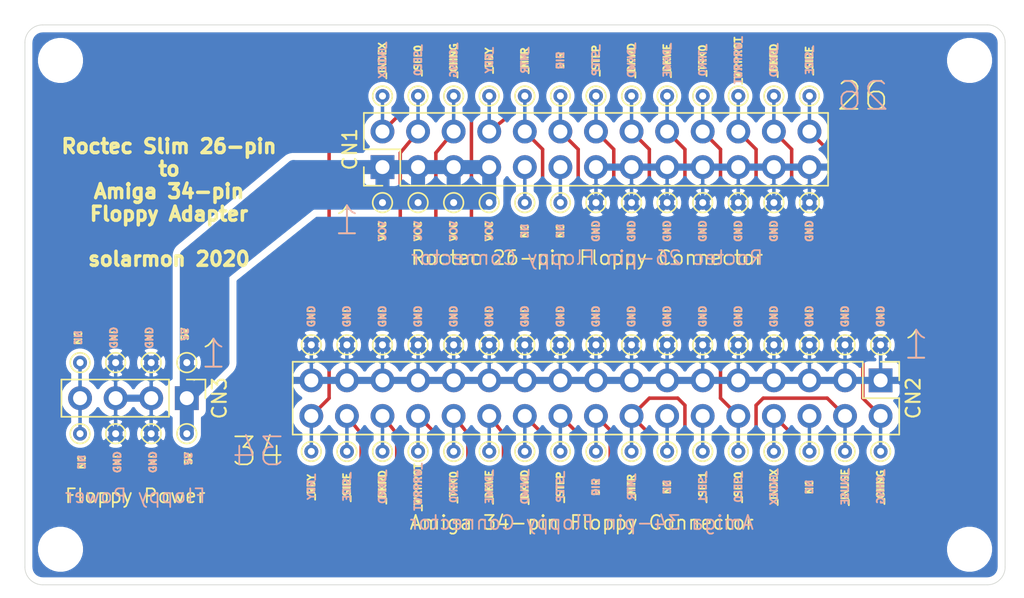
<source format=kicad_pcb>
(kicad_pcb (version 20171130) (host pcbnew "(5.1.2)-2")
  (layers (0 F.Cu signal) (31 B.Cu signal) (34 B.Paste user) (35 F.Paste user) (36 B.SilkS user) (37 F.SilkS user) (38 B.Mask user) (39 F.Mask user) (44 Edge.Cuts user))
  (net 0 "")
  (net 1 /_SIDE)
  (net 2 GND)
  (net 3 /_DKRD)
  (net 4 /_WRPROT)
  (net 5 /_TRK0)
  (net 6 /_DKWE)
  (net 7 /_DKWD)
  (net 8 /_STEP)
  (net 9 /DIR)
  (net 10 "Net-(CN1-Pad11)")
  (net 11 /_INUSE)
  (net 12 "Net-(CN1-Pad9)")
  (net 13 /_RDY)
  (net 14 VCC)
  (net 15 /_CHNG)
  (net 16 /_SEL0)
  (net 17 /_INDEX)
  (net 18 "Net-(CN2-Pad14)")
  (net 19 /_SEL1)
  (net 20 "Net-(CN2-Pad6)")
  (net 21 "Net-(CN3-Pad4)")
  (module TestPoint:TestPoint_THTPad_D1.0mm_Drill0.5mm (layer F.Cu) (at 132.08 97.79)
    (fp_text reference "" hide)
    (fp_text value TestPoint_THTPad_D1.0mm_Drill0.5mm)
    (pad "" thru_hole circle (at 0 0) (size 1 1) (drill 0.5) (layers *.Cu *.Mask) (net 2 GND))
  )
  (module TestPoint:TestPoint_THTPad_D1.0mm_Drill0.5mm (layer F.Cu) (at 134.62 97.79)
    (fp_text reference "" hide)
    (fp_text value TestPoint_THTPad_D1.0mm_Drill0.5mm)
    (pad "" thru_hole circle (at 0 0) (size 1 1) (drill 0.5) (layers *.Cu *.Mask) (net 2 GND))
  )
  (module TestPoint:TestPoint_THTPad_D1.0mm_Drill0.5mm (layer F.Cu) (at 137.16 97.79)
    (fp_text reference "" hide)
    (fp_text value TestPoint_THTPad_D1.0mm_Drill0.5mm)
    (pad "" thru_hole circle (at 0 0) (size 1 1) (drill 0.5) (layers *.Cu *.Mask) (net 2 GND))
  )
  (module TestPoint:TestPoint_THTPad_D1.0mm_Drill0.5mm (layer F.Cu) (at 139.7 97.79)
    (fp_text reference "" hide)
    (fp_text value TestPoint_THTPad_D1.0mm_Drill0.5mm)
    (pad "" thru_hole circle (at 0 0) (size 1 1) (drill 0.5) (layers *.Cu *.Mask) (net 2 GND))
  )
  (module TestPoint:TestPoint_THTPad_D1.0mm_Drill0.5mm (layer F.Cu) (at 142.24 97.79)
    (fp_text reference "" hide)
    (fp_text value TestPoint_THTPad_D1.0mm_Drill0.5mm)
    (pad "" thru_hole circle (at 0 0) (size 1 1) (drill 0.5) (layers *.Cu *.Mask) (net 2 GND))
  )
  (module TestPoint:TestPoint_THTPad_D1.0mm_Drill0.5mm (layer F.Cu) (at 144.78 97.79)
    (fp_text reference "" hide)
    (fp_text value TestPoint_THTPad_D1.0mm_Drill0.5mm)
    (pad "" thru_hole circle (at 0 0) (size 1 1) (drill 0.5) (layers *.Cu *.Mask) (net 2 GND))
  )
  (module TestPoint:TestPoint_THTPad_D1.0mm_Drill0.5mm (layer F.Cu) (at 147.32 97.79)
    (fp_text reference "" hide)
    (fp_text value TestPoint_THTPad_D1.0mm_Drill0.5mm)
    (pad "" thru_hole circle (at 0 0) (size 1 1) (drill 0.5) (layers *.Cu *.Mask) (net 2 GND))
  )
  (module TestPoint:TestPoint_THTPad_D1.0mm_Drill0.5mm (layer F.Cu) (at 111.76 107.95)
    (fp_text reference "" hide)
    (fp_text value TestPoint_THTPad_D1.0mm_Drill0.5mm)
    (pad "" thru_hole circle (at 0 0) (size 1 1) (drill 0.5) (layers *.Cu *.Mask) (net 2 GND))
  )
  (module TestPoint:TestPoint_THTPad_D1.0mm_Drill0.5mm (layer F.Cu) (at 114.3 107.95)
    (fp_text reference "" hide)
    (fp_text value TestPoint_THTPad_D1.0mm_Drill0.5mm)
    (pad "" thru_hole circle (at 0 0) (size 1 1) (drill 0.5) (layers *.Cu *.Mask) (net 2 GND))
  )
  (module TestPoint:TestPoint_THTPad_D1.0mm_Drill0.5mm (layer F.Cu) (at 116.84 107.95)
    (fp_text reference "" hide)
    (fp_text value TestPoint_THTPad_D1.0mm_Drill0.5mm)
    (pad "" thru_hole circle (at 0 0) (size 1 1) (drill 0.5) (layers *.Cu *.Mask) (net 2 GND))
  )
  (module TestPoint:TestPoint_THTPad_D1.0mm_Drill0.5mm (layer F.Cu) (at 119.38 107.95)
    (fp_text reference "" hide)
    (fp_text value TestPoint_THTPad_D1.0mm_Drill0.5mm)
    (pad "" thru_hole circle (at 0 0) (size 1 1) (drill 0.5) (layers *.Cu *.Mask) (net 2 GND))
  )
  (module TestPoint:TestPoint_THTPad_D1.0mm_Drill0.5mm (layer F.Cu) (at 121.92 107.95)
    (fp_text reference "" hide)
    (fp_text value TestPoint_THTPad_D1.0mm_Drill0.5mm)
    (pad "" thru_hole circle (at 0 0) (size 1 1) (drill 0.5) (layers *.Cu *.Mask) (net 2 GND))
  )
  (module TestPoint:TestPoint_THTPad_D1.0mm_Drill0.5mm (layer F.Cu) (at 124.46 107.95)
    (fp_text reference "" hide)
    (fp_text value TestPoint_THTPad_D1.0mm_Drill0.5mm)
    (pad "" thru_hole circle (at 0 0) (size 1 1) (drill 0.5) (layers *.Cu *.Mask) (net 2 GND))
  )
  (module TestPoint:TestPoint_THTPad_D1.0mm_Drill0.5mm (layer F.Cu) (at 127 107.95)
    (fp_text reference "" hide)
    (fp_text value TestPoint_THTPad_D1.0mm_Drill0.5mm)
    (pad "" thru_hole circle (at 0 0) (size 1 1) (drill 0.5) (layers *.Cu *.Mask) (net 2 GND))
  )
  (module TestPoint:TestPoint_THTPad_D1.0mm_Drill0.5mm (layer F.Cu) (at 129.54 107.95)
    (fp_text reference "" hide)
    (fp_text value TestPoint_THTPad_D1.0mm_Drill0.5mm)
    (pad "" thru_hole circle (at 0 0) (size 1 1) (drill 0.5) (layers *.Cu *.Mask) (net 2 GND))
  )
  (module TestPoint:TestPoint_THTPad_D1.0mm_Drill0.5mm (layer F.Cu) (at 132.08 107.95)
    (fp_text reference "" hide)
    (fp_text value TestPoint_THTPad_D1.0mm_Drill0.5mm)
    (pad "" thru_hole circle (at 0 0) (size 1 1) (drill 0.5) (layers *.Cu *.Mask) (net 2 GND))
  )
  (module TestPoint:TestPoint_THTPad_D1.0mm_Drill0.5mm (layer F.Cu) (at 134.62 107.95)
    (fp_text reference "" hide)
    (fp_text value TestPoint_THTPad_D1.0mm_Drill0.5mm)
    (pad "" thru_hole circle (at 0 0) (size 1 1) (drill 0.5) (layers *.Cu *.Mask) (net 2 GND))
  )
  (module TestPoint:TestPoint_THTPad_D1.0mm_Drill0.5mm (layer F.Cu) (at 137.16 107.95)
    (fp_text reference "" hide)
    (fp_text value TestPoint_THTPad_D1.0mm_Drill0.5mm)
    (pad "" thru_hole circle (at 0 0) (size 1 1) (drill 0.5) (layers *.Cu *.Mask) (net 2 GND))
  )
  (module TestPoint:TestPoint_THTPad_D1.0mm_Drill0.5mm (layer F.Cu) (at 139.7 107.95)
    (fp_text reference "" hide)
    (fp_text value TestPoint_THTPad_D1.0mm_Drill0.5mm)
    (pad "" thru_hole circle (at 0 0) (size 1 1) (drill 0.5) (layers *.Cu *.Mask) (net 2 GND))
  )
  (module TestPoint:TestPoint_THTPad_D1.0mm_Drill0.5mm (layer F.Cu) (at 142.24 107.95)
    (fp_text reference "" hide)
    (fp_text value TestPoint_THTPad_D1.0mm_Drill0.5mm)
    (pad "" thru_hole circle (at 0 0) (size 1 1) (drill 0.5) (layers *.Cu *.Mask) (net 2 GND))
  )
  (module TestPoint:TestPoint_THTPad_D1.0mm_Drill0.5mm (layer F.Cu) (at 144.78 107.95)
    (fp_text reference "" hide)
    (fp_text value TestPoint_THTPad_D1.0mm_Drill0.5mm)
    (pad "" thru_hole circle (at 0 0) (size 1 1) (drill 0.5) (layers *.Cu *.Mask) (net 2 GND))
  )
  (module TestPoint:TestPoint_THTPad_D1.0mm_Drill0.5mm (layer F.Cu) (at 147.32 90.17)
    (fp_text reference "" hide)
    (fp_text value TestPoint_THTPad_D1.0mm_Drill0.5mm)
    (pad "" thru_hole circle (at 0 0) (size 1 1) (drill 0.5) (layers *.Cu *.Mask) (net 1 /_SIDE))
  )
  (module TestPoint:TestPoint_THTPad_D1.0mm_Drill0.5mm (layer F.Cu) (at 144.78 90.17)
    (fp_text reference "" hide)
    (fp_text value TestPoint_THTPad_D1.0mm_Drill0.5mm)
    (pad "" thru_hole circle (at 0 0) (size 1 1) (drill 0.5) (layers *.Cu *.Mask) (net 3 /_DKRD))
  )
  (module TestPoint:TestPoint_THTPad_D1.0mm_Drill0.5mm (layer F.Cu) (at 142.24 90.17)
    (fp_text reference "" hide)
    (fp_text value TestPoint_THTPad_D1.0mm_Drill0.5mm)
    (pad "" thru_hole circle (at 0 0) (size 1 1) (drill 0.5) (layers *.Cu *.Mask) (net 4 /_WRPROT))
  )
  (module TestPoint:TestPoint_THTPad_D1.0mm_Drill0.5mm (layer F.Cu) (at 139.7 90.17)
    (fp_text reference "" hide)
    (fp_text value TestPoint_THTPad_D1.0mm_Drill0.5mm)
    (pad "" thru_hole circle (at 0 0) (size 1 1) (drill 0.5) (layers *.Cu *.Mask) (net 5 /_TRK0))
  )
  (module TestPoint:TestPoint_THTPad_D1.0mm_Drill0.5mm (layer F.Cu) (at 137.16 90.17)
    (fp_text reference "" hide)
    (fp_text value TestPoint_THTPad_D1.0mm_Drill0.5mm)
    (pad "" thru_hole circle (at 0 0) (size 1 1) (drill 0.5) (layers *.Cu *.Mask) (net 6 /_DKWE))
  )
  (module TestPoint:TestPoint_THTPad_D1.0mm_Drill0.5mm (layer F.Cu) (at 134.62 90.17)
    (fp_text reference "" hide)
    (fp_text value TestPoint_THTPad_D1.0mm_Drill0.5mm)
    (pad "" thru_hole circle (at 0 0) (size 1 1) (drill 0.5) (layers *.Cu *.Mask) (net 7 /_DKWD))
  )
  (module TestPoint:TestPoint_THTPad_D1.0mm_Drill0.5mm (layer F.Cu) (at 132.08 90.17)
    (fp_text reference "" hide)
    (fp_text value TestPoint_THTPad_D1.0mm_Drill0.5mm)
    (pad "" thru_hole circle (at 0 0) (size 1 1) (drill 0.5) (layers *.Cu *.Mask) (net 8 /_STEP))
  )
  (module TestPoint:TestPoint_THTPad_D1.0mm_Drill0.5mm (layer F.Cu) (at 129.54 90.17)
    (fp_text reference "" hide)
    (fp_text value TestPoint_THTPad_D1.0mm_Drill0.5mm)
    (pad "" thru_hole circle (at 0 0) (size 1 1) (drill 0.5) (layers *.Cu *.Mask) (net 9 /DIR))
  )
  (module TestPoint:TestPoint_THTPad_D1.0mm_Drill0.5mm (layer F.Cu) (at 127 90.17)
    (fp_text reference "" hide)
    (fp_text value TestPoint_THTPad_D1.0mm_Drill0.5mm)
    (pad "" thru_hole circle (at 0 0) (size 1 1) (drill 0.5) (layers *.Cu *.Mask) (net 11 /_INUSE))
  )
  (module TestPoint:TestPoint_THTPad_D1.0mm_Drill0.5mm (layer F.Cu) (at 124.46 90.17)
    (fp_text reference "" hide)
    (fp_text value TestPoint_THTPad_D1.0mm_Drill0.5mm)
    (pad "" thru_hole circle (at 0 0) (size 1 1) (drill 0.5) (layers *.Cu *.Mask) (net 13 /_RDY))
  )
  (module TestPoint:TestPoint_THTPad_D1.0mm_Drill0.5mm (layer F.Cu) (at 121.92 90.17)
    (fp_text reference "" hide)
    (fp_text value TestPoint_THTPad_D1.0mm_Drill0.5mm)
    (pad "" thru_hole circle (at 0 0) (size 1 1) (drill 0.5) (layers *.Cu *.Mask) (net 15 /_CHNG))
  )
  (module TestPoint:TestPoint_THTPad_D1.0mm_Drill0.5mm (layer F.Cu) (at 119.38 90.17)
    (fp_text reference "" hide)
    (fp_text value TestPoint_THTPad_D1.0mm_Drill0.5mm)
    (pad "" thru_hole circle (at 0 0) (size 1 1) (drill 0.5) (layers *.Cu *.Mask) (net 16 /_SEL0))
  )
  (module TestPoint:TestPoint_THTPad_D1.0mm_Drill0.5mm (layer F.Cu) (at 116.84 90.17)
    (fp_text reference "" hide)
    (fp_text value TestPoint_THTPad_D1.0mm_Drill0.5mm)
    (pad "" thru_hole circle (at 0 0) (size 1 1) (drill 0.5) (layers *.Cu *.Mask) (net 17 /_INDEX))
  )
  (module TestPoint:TestPoint_THTPad_D1.0mm_Drill0.5mm (layer F.Cu) (at 129.54 97.79)
    (fp_text reference "" hide)
    (fp_text value TestPoint_THTPad_D1.0mm_Drill0.5mm)
    (pad "" thru_hole circle (at 0 0) (size 1 1) (drill 0.5) (layers *.Cu *.Mask))
  )
  (module TestPoint:TestPoint_THTPad_D1.0mm_Drill0.5mm (layer F.Cu) (at 127 97.79)
    (fp_text reference "" hide)
    (fp_text value TestPoint_THTPad_D1.0mm_Drill0.5mm)
    (pad "" thru_hole circle (at 0 0) (size 1 1) (drill 0.5) (layers *.Cu *.Mask))
  )
  (module TestPoint:TestPoint_THTPad_D1.0mm_Drill0.5mm (layer F.Cu) (at 124.46 97.79)
    (fp_text reference "" hide)
    (fp_text value TestPoint_THTPad_D1.0mm_Drill0.5mm)
    (pad "" thru_hole circle (at 0 0) (size 1 1) (drill 0.5) (layers *.Cu *.Mask) (net 14 VCC))
  )
  (module TestPoint:TestPoint_THTPad_D1.0mm_Drill0.5mm (layer F.Cu) (at 121.92 97.79)
    (fp_text reference "" hide)
    (fp_text value TestPoint_THTPad_D1.0mm_Drill0.5mm)
    (pad "" thru_hole circle (at 0 0) (size 1 1) (drill 0.5) (layers *.Cu *.Mask) (net 14 VCC))
  )
  (module TestPoint:TestPoint_THTPad_D1.0mm_Drill0.5mm (layer F.Cu) (at 119.38 97.79)
    (fp_text reference "" hide)
    (fp_text value TestPoint_THTPad_D1.0mm_Drill0.5mm)
    (pad "" thru_hole circle (at 0 0) (size 1 1) (drill 0.5) (layers *.Cu *.Mask) (net 14 VCC))
  )
  (module TestPoint:TestPoint_THTPad_D1.0mm_Drill0.5mm (layer F.Cu) (at 116.84 97.79)
    (fp_text reference "" hide)
    (fp_text value TestPoint_THTPad_D1.0mm_Drill0.5mm)
    (pad "" thru_hole circle (at 0 0) (size 1 1) (drill 0.5) (layers *.Cu *.Mask) (net 14 VCC))
  )
  (module TestPoint:TestPoint_THTPad_D1.0mm_Drill0.5mm (layer F.Cu) (at 102.87 114.3)
    (fp_text reference "" hide)
    (fp_text value TestPoint_THTPad_D1.0mm_Drill0.5mm)
    (pad "" thru_hole circle (at 0 0) (size 1 1) (drill 0.5) (layers *.Cu *.Mask) (net 14 VCC))
  )
  (module TestPoint:TestPoint_THTPad_D1.0mm_Drill0.5mm (layer F.Cu) (at 100.33 114.3)
    (fp_text reference "" hide)
    (fp_text value TestPoint_THTPad_D1.0mm_Drill0.5mm)
    (pad "" thru_hole circle (at 0 0) (size 1 1) (drill 0.5) (layers *.Cu *.Mask) (net 2 GND))
  )
  (module TestPoint:TestPoint_THTPad_D1.0mm_Drill0.5mm (layer F.Cu) (at 97.79 114.3)
    (fp_text reference "" hide)
    (fp_text value TestPoint_THTPad_D1.0mm_Drill0.5mm)
    (pad "" thru_hole circle (at 0 0) (size 1 1) (drill 0.5) (layers *.Cu *.Mask) (net 2 GND))
  )
  (module TestPoint:TestPoint_THTPad_D1.0mm_Drill0.5mm (layer F.Cu) (at 95.25 114.3)
    (fp_text reference "" hide)
    (fp_text value TestPoint_THTPad_D1.0mm_Drill0.5mm)
    (pad "" thru_hole circle (at 0 0) (size 1 1) (drill 0.5) (layers *.Cu *.Mask) (net 21 "Net-(CN3-Pad4)"))
  )
  (module TestPoint:TestPoint_THTPad_D1.0mm_Drill0.5mm (layer F.Cu) (at 95.25 109.22)
    (fp_text reference "" hide)
    (fp_text value TestPoint_THTPad_D1.0mm_Drill0.5mm)
    (pad "" thru_hole circle (at 0 0) (size 1 1) (drill 0.5) (layers *.Cu *.Mask) (net 21 "Net-(CN3-Pad4)"))
  )
  (module TestPoint:TestPoint_THTPad_D1.0mm_Drill0.5mm (layer F.Cu) (at 102.87 109.22)
    (fp_text reference "" hide)
    (fp_text value TestPoint_THTPad_D1.0mm_Drill0.5mm)
    (pad "" thru_hole circle (at 0 0) (size 1 1) (drill 0.5) (layers *.Cu *.Mask) (net 14 VCC))
  )
  (module TestPoint:TestPoint_THTPad_D1.0mm_Drill0.5mm (layer F.Cu) (at 100.33 109.22)
    (fp_text reference "" hide)
    (fp_text value TestPoint_THTPad_D1.0mm_Drill0.5mm)
    (pad "" thru_hole circle (at 0 0) (size 1 1) (drill 0.5) (layers *.Cu *.Mask) (net 2 GND))
  )
  (module TestPoint:TestPoint_THTPad_D1.0mm_Drill0.5mm (layer F.Cu) (at 97.79 109.22)
    (fp_text reference "" hide)
    (fp_text value TestPoint_THTPad_D1.0mm_Drill0.5mm)
    (pad "" thru_hole circle (at 0 0) (size 1 1) (drill 0.5) (layers *.Cu *.Mask) (net 2 GND))
  )
  (module TestPoint:TestPoint_THTPad_D1.0mm_Drill0.5mm (layer F.Cu) (at 147.32 107.95)
    (fp_text reference "" hide)
    (fp_text value TestPoint_THTPad_D1.0mm_Drill0.5mm)
    (pad "" thru_hole circle (at 0 0) (size 1 1) (drill 0.5) (layers *.Cu *.Mask) (net 2 GND))
  )
  (module TestPoint:TestPoint_THTPad_D1.0mm_Drill0.5mm (layer F.Cu) (at 149.86 107.95)
    (fp_text reference "" hide)
    (fp_text value TestPoint_THTPad_D1.0mm_Drill0.5mm)
    (pad "" thru_hole circle (at 0 0) (size 1 1) (drill 0.5) (layers *.Cu *.Mask) (net 2 GND))
  )
  (module TestPoint:TestPoint_THTPad_D1.0mm_Drill0.5mm (layer F.Cu) (at 152.4 107.95)
    (fp_text reference "" hide)
    (fp_text value TestPoint_THTPad_D1.0mm_Drill0.5mm)
    (pad "" thru_hole circle (at 0 0) (size 1 1) (drill 0.5) (layers *.Cu *.Mask) (net 2 GND))
  )
  (module TestPoint:TestPoint_THTPad_D1.0mm_Drill0.5mm (layer F.Cu) (at 111.76 115.57)
    (fp_text reference "" hide)
    (fp_text value TestPoint_THTPad_D1.0mm_Drill0.5mm)
    (pad "" thru_hole circle (at 0 0) (size 1 1) (drill 0.5) (layers *.Cu *.Mask) (net 13 /_RDY))
  )
  (module TestPoint:TestPoint_THTPad_D1.0mm_Drill0.5mm (layer F.Cu) (at 114.3 115.57 90)
    (fp_text reference "" hide)
    (fp_text value TestPoint_THTPad_D1.0mm_Drill0.5mm)
    (pad "" thru_hole circle (at 0 0 90) (size 1 1) (drill 0.5) (layers *.Cu *.Mask) (net 1 /_SIDE))
  )
  (module TestPoint:TestPoint_THTPad_D1.0mm_Drill0.5mm (layer F.Cu) (at 116.84 115.57)
    (fp_text reference "" hide)
    (fp_text value TestPoint_THTPad_D1.0mm_Drill0.5mm)
    (pad "" thru_hole circle (at 0 0) (size 1 1) (drill 0.5) (layers *.Cu *.Mask) (net 3 /_DKRD))
  )
  (module TestPoint:TestPoint_THTPad_D1.0mm_Drill0.5mm (layer F.Cu) (at 119.38 115.57)
    (fp_text reference "" hide)
    (fp_text value TestPoint_THTPad_D1.0mm_Drill0.5mm)
    (pad "" thru_hole circle (at 0 0) (size 1 1) (drill 0.5) (layers *.Cu *.Mask) (net 4 /_WRPROT))
  )
  (module TestPoint:TestPoint_THTPad_D1.0mm_Drill0.5mm (layer F.Cu) (at 121.92 115.57)
    (fp_text reference "" hide)
    (fp_text value TestPoint_THTPad_D1.0mm_Drill0.5mm)
    (pad "" thru_hole circle (at 0 0) (size 1 1) (drill 0.5) (layers *.Cu *.Mask) (net 5 /_TRK0))
  )
  (module TestPoint:TestPoint_THTPad_D1.0mm_Drill0.5mm (layer F.Cu) (at 124.46 115.57)
    (fp_text reference "" hide)
    (fp_text value TestPoint_THTPad_D1.0mm_Drill0.5mm)
    (pad "" thru_hole circle (at 0 0) (size 1 1) (drill 0.5) (layers *.Cu *.Mask) (net 6 /_DKWE))
  )
  (module TestPoint:TestPoint_THTPad_D1.0mm_Drill0.5mm (layer F.Cu) (at 127 115.57)
    (fp_text reference "" hide)
    (fp_text value TestPoint_THTPad_D1.0mm_Drill0.5mm)
    (pad "" thru_hole circle (at 0 0) (size 1 1) (drill 0.5) (layers *.Cu *.Mask))
  )
  (module TestPoint:TestPoint_THTPad_D1.0mm_Drill0.5mm (layer F.Cu) (at 129.54 115.57)
    (fp_text reference "" hide)
    (fp_text value TestPoint_THTPad_D1.0mm_Drill0.5mm)
    (pad "" thru_hole circle (at 0 0) (size 1 1) (drill 0.5) (layers *.Cu *.Mask) (net 8 /_STEP))
  )
  (module TestPoint:TestPoint_THTPad_D1.0mm_Drill0.5mm (layer F.Cu) (at 132.08 115.57)
    (fp_text reference "" hide)
    (fp_text value TestPoint_THTPad_D1.0mm_Drill0.5mm)
    (pad "" thru_hole circle (at 0 0) (size 1 1) (drill 0.5) (layers *.Cu *.Mask) (net 9 /DIR))
  )
  (module TestPoint:TestPoint_THTPad_D1.0mm_Drill0.5mm (layer F.Cu) (at 134.62 115.57)
    (fp_text reference "" hide)
    (fp_text value TestPoint_THTPad_D1.0mm_Drill0.5mm)
    (pad "" thru_hole circle (at 0 0) (size 1 1) (drill 0.5) (layers *.Cu *.Mask) (net 11 /_INUSE))
  )
  (module TestPoint:TestPoint_THTPad_D1.0mm_Drill0.5mm (layer F.Cu) (at 137.16 115.57)
    (fp_text reference "" hide)
    (fp_text value TestPoint_THTPad_D1.0mm_Drill0.5mm)
    (pad "" thru_hole circle (at 0 0) (size 1 1) (drill 0.5) (layers *.Cu *.Mask) (net 18 "Net-(CN2-Pad14)"))
  )
  (module TestPoint:TestPoint_THTPad_D1.0mm_Drill0.5mm (layer F.Cu) (at 139.7 115.57)
    (fp_text reference "" hide)
    (fp_text value TestPoint_THTPad_D1.0mm_Drill0.5mm)
    (pad "" thru_hole circle (at 0 0) (size 1 1) (drill 0.5) (layers *.Cu *.Mask) (net 19 /_SEL1))
  )
  (module TestPoint:TestPoint_THTPad_D1.0mm_Drill0.5mm (layer F.Cu) (at 142.24 115.57)
    (fp_text reference "" hide)
    (fp_text value TestPoint_THTPad_D1.0mm_Drill0.5mm)
    (pad "" thru_hole circle (at 0 0) (size 1 1) (drill 0.5) (layers *.Cu *.Mask) (net 16 /_SEL0))
  )
  (module TestPoint:TestPoint_THTPad_D1.0mm_Drill0.5mm (layer F.Cu) (at 144.78 115.57)
    (fp_text reference "" hide)
    (fp_text value TestPoint_THTPad_D1.0mm_Drill0.5mm)
    (pad "" thru_hole circle (at 0 0) (size 1 1) (drill 0.5) (layers *.Cu *.Mask) (net 17 /_INDEX))
  )
  (module TestPoint:TestPoint_THTPad_D1.0mm_Drill0.5mm (layer F.Cu) (at 147.32 115.57)
    (fp_text reference "" hide)
    (fp_text value TestPoint_THTPad_D1.0mm_Drill0.5mm)
    (pad "" thru_hole circle (at 0 0) (size 1 1) (drill 0.5) (layers *.Cu *.Mask) (net 20 "Net-(CN2-Pad6)"))
  )
  (module TestPoint:TestPoint_THTPad_D1.0mm_Drill0.5mm (layer F.Cu) (at 149.86 115.57)
    (fp_text reference "" hide)
    (fp_text value TestPoint_THTPad_D1.0mm_Drill0.5mm)
    (pad "" thru_hole circle (at 0 0) (size 1 1) (drill 0.5) (layers *.Cu *.Mask) (net 11 /_INUSE))
  )
  (module TestPoint:TestPoint_THTPad_D1.0mm_Drill0.5mm (layer F.Cu) (at 152.4 115.57)
    (fp_text reference "" hide)
    (fp_text value TestPoint_THTPad_D1.0mm_Drill0.5mm)
    (pad "" thru_hole circle (at 0 0) (size 1 1) (drill 0.5) (layers *.Cu *.Mask) (net 15 /_CHNG))
  )
  (module Connector_PinHeader_2.54mm:PinHeader_2x17_P2.54mm_Vertical (layer F.Cu) (at 152.4 110.49 270)
    (fp_text reference CN2 (at 1.27 -2.33 90) (layer F.SilkS))
    (fp_text value Conn_02x17_Odd_Even)
    (pad 34 thru_hole oval (at 2.54 40.64 270) (size 1.7 1.7) (drill 1) (layers *.Cu *.Mask) (net 13 /_RDY))
    (pad 33 thru_hole oval (at 0 40.64 270) (size 1.7 1.7) (drill 1) (layers *.Cu *.Mask) (net 2 GND))
    (pad 32 thru_hole oval (at 2.54 38.1 270) (size 1.7 1.7) (drill 1) (layers *.Cu *.Mask) (net 1 /_SIDE))
    (pad 31 thru_hole oval (at 0 38.1 270) (size 1.7 1.7) (drill 1) (layers *.Cu *.Mask) (net 2 GND))
    (pad 30 thru_hole oval (at 2.54 35.56 270) (size 1.7 1.7) (drill 1) (layers *.Cu *.Mask) (net 3 /_DKRD))
    (pad 29 thru_hole oval (at 0 35.56 270) (size 1.7 1.7) (drill 1) (layers *.Cu *.Mask) (net 2 GND))
    (pad 28 thru_hole oval (at 2.54 33.02 270) (size 1.7 1.7) (drill 1) (layers *.Cu *.Mask) (net 4 /_WRPROT))
    (pad 27 thru_hole oval (at 0 33.02 270) (size 1.7 1.7) (drill 1) (layers *.Cu *.Mask) (net 2 GND))
    (pad 26 thru_hole oval (at 2.54 30.48 270) (size 1.7 1.7) (drill 1) (layers *.Cu *.Mask) (net 5 /_TRK0))
    (pad 25 thru_hole oval (at 0 30.48 270) (size 1.7 1.7) (drill 1) (layers *.Cu *.Mask) (net 2 GND))
    (pad 24 thru_hole oval (at 2.54 27.94 270) (size 1.7 1.7) (drill 1) (layers *.Cu *.Mask) (net 6 /_DKWE))
    (pad 23 thru_hole oval (at 0 27.94 270) (size 1.7 1.7) (drill 1) (layers *.Cu *.Mask) (net 2 GND))
    (pad 22 thru_hole oval (at 2.54 25.4 270) (size 1.7 1.7) (drill 1) (layers *.Cu *.Mask) (net 7 /_DKWD))
    (pad 21 thru_hole oval (at 0 25.4 270) (size 1.7 1.7) (drill 1) (layers *.Cu *.Mask) (net 2 GND))
    (pad 20 thru_hole oval (at 2.54 22.86 270) (size 1.7 1.7) (drill 1) (layers *.Cu *.Mask) (net 8 /_STEP))
    (pad 19 thru_hole oval (at 0 22.86 270) (size 1.7 1.7) (drill 1) (layers *.Cu *.Mask) (net 2 GND))
    (pad 18 thru_hole oval (at 2.54 20.32 270) (size 1.7 1.7) (drill 1) (layers *.Cu *.Mask) (net 9 /DIR))
    (pad 17 thru_hole oval (at 0 20.32 270) (size 1.7 1.7) (drill 1) (layers *.Cu *.Mask) (net 2 GND))
    (pad 16 thru_hole oval (at 2.54 17.78 270) (size 1.7 1.7) (drill 1) (layers *.Cu *.Mask) (net 11 /_INUSE))
    (pad 15 thru_hole oval (at 0 17.78 270) (size 1.7 1.7) (drill 1) (layers *.Cu *.Mask) (net 2 GND))
    (pad 14 thru_hole oval (at 2.54 15.24 270) (size 1.7 1.7) (drill 1) (layers *.Cu *.Mask) (net 18 "Net-(CN2-Pad14)"))
    (pad 13 thru_hole oval (at 0 15.24 270) (size 1.7 1.7) (drill 1) (layers *.Cu *.Mask) (net 2 GND))
    (pad 12 thru_hole oval (at 2.54 12.7 270) (size 1.7 1.7) (drill 1) (layers *.Cu *.Mask) (net 19 /_SEL1))
    (pad 11 thru_hole oval (at 0 12.7 270) (size 1.7 1.7) (drill 1) (layers *.Cu *.Mask) (net 2 GND))
    (pad 10 thru_hole oval (at 2.54 10.16 270) (size 1.7 1.7) (drill 1) (layers *.Cu *.Mask) (net 16 /_SEL0))
    (pad 9 thru_hole oval (at 0 10.16 270) (size 1.7 1.7) (drill 1) (layers *.Cu *.Mask) (net 2 GND))
    (pad 8 thru_hole oval (at 2.54 7.62 270) (size 1.7 1.7) (drill 1) (layers *.Cu *.Mask) (net 17 /_INDEX))
    (pad 7 thru_hole oval (at 0 7.62 270) (size 1.7 1.7) (drill 1) (layers *.Cu *.Mask) (net 2 GND))
    (pad 6 thru_hole oval (at 2.54 5.08 270) (size 1.7 1.7) (drill 1) (layers *.Cu *.Mask) (net 20 "Net-(CN2-Pad6)"))
    (pad 5 thru_hole oval (at 0 5.08 270) (size 1.7 1.7) (drill 1) (layers *.Cu *.Mask) (net 2 GND))
    (pad 4 thru_hole oval (at 2.54 2.54 270) (size 1.7 1.7) (drill 1) (layers *.Cu *.Mask) (net 11 /_INUSE))
    (pad 3 thru_hole oval (at 0 2.54 270) (size 1.7 1.7) (drill 1) (layers *.Cu *.Mask) (net 2 GND))
    (pad 2 thru_hole oval (at 2.54 0 270) (size 1.7 1.7) (drill 1) (layers *.Cu *.Mask) (net 15 /_CHNG))
    (pad 1 thru_hole rect (at 0 0 270) (size 1.7 1.7) (drill 1) (layers *.Cu *.Mask) (net 2 GND))
  )
  (module Connector_PinHeader_2.54mm:PinHeader_2x13_P2.54mm_Vertical (layer F.Cu) (at 116.84 95.25 90)
    (fp_text reference CN1 (at 1.27 -2.33 90) (layer F.SilkS))
    (fp_text value Conn_02x13_Odd_Even)
    (pad 26 thru_hole oval (at 2.54 30.48 90) (size 1.7 1.7) (drill 1) (layers *.Cu *.Mask) (net 1 /_SIDE))
    (pad 25 thru_hole oval (at 0 30.48 90) (size 1.7 1.7) (drill 1) (layers *.Cu *.Mask) (net 2 GND))
    (pad 24 thru_hole oval (at 2.54 27.94 90) (size 1.7 1.7) (drill 1) (layers *.Cu *.Mask) (net 3 /_DKRD))
    (pad 23 thru_hole oval (at 0 27.94 90) (size 1.7 1.7) (drill 1) (layers *.Cu *.Mask) (net 2 GND))
    (pad 22 thru_hole oval (at 2.54 25.4 90) (size 1.7 1.7) (drill 1) (layers *.Cu *.Mask) (net 4 /_WRPROT))
    (pad 21 thru_hole oval (at 0 25.4 90) (size 1.7 1.7) (drill 1) (layers *.Cu *.Mask) (net 2 GND))
    (pad 20 thru_hole oval (at 2.54 22.86 90) (size 1.7 1.7) (drill 1) (layers *.Cu *.Mask) (net 5 /_TRK0))
    (pad 19 thru_hole oval (at 0 22.86 90) (size 1.7 1.7) (drill 1) (layers *.Cu *.Mask) (net 2 GND))
    (pad 18 thru_hole oval (at 2.54 20.32 90) (size 1.7 1.7) (drill 1) (layers *.Cu *.Mask) (net 6 /_DKWE))
    (pad 17 thru_hole oval (at 0 20.32 90) (size 1.7 1.7) (drill 1) (layers *.Cu *.Mask) (net 2 GND))
    (pad 16 thru_hole oval (at 2.54 17.78 90) (size 1.7 1.7) (drill 1) (layers *.Cu *.Mask) (net 7 /_DKWD))
    (pad 15 thru_hole oval (at 0 17.78 90) (size 1.7 1.7) (drill 1) (layers *.Cu *.Mask) (net 2 GND))
    (pad 14 thru_hole oval (at 2.54 15.24 90) (size 1.7 1.7) (drill 1) (layers *.Cu *.Mask) (net 8 /_STEP))
    (pad 13 thru_hole oval (at 0 15.24 90) (size 1.7 1.7) (drill 1) (layers *.Cu *.Mask) (net 2 GND))
    (pad 12 thru_hole oval (at 2.54 12.7 90) (size 1.7 1.7) (drill 1) (layers *.Cu *.Mask) (net 9 /DIR))
    (pad 11 thru_hole oval (at 0 12.7 90) (size 1.7 1.7) (drill 1) (layers *.Cu *.Mask) (net 10 "Net-(CN1-Pad11)"))
    (pad 10 thru_hole oval (at 2.54 10.16 90) (size 1.7 1.7) (drill 1) (layers *.Cu *.Mask) (net 11 /_INUSE))
    (pad 9 thru_hole oval (at 0 10.16 90) (size 1.7 1.7) (drill 1) (layers *.Cu *.Mask) (net 12 "Net-(CN1-Pad9)"))
    (pad 8 thru_hole oval (at 2.54 7.62 90) (size 1.7 1.7) (drill 1) (layers *.Cu *.Mask) (net 13 /_RDY))
    (pad 7 thru_hole oval (at 0 7.62 90) (size 1.7 1.7) (drill 1) (layers *.Cu *.Mask) (net 14 VCC))
    (pad 6 thru_hole oval (at 2.54 5.08 90) (size 1.7 1.7) (drill 1) (layers *.Cu *.Mask) (net 15 /_CHNG))
    (pad 5 thru_hole oval (at 0 5.08 90) (size 1.7 1.7) (drill 1) (layers *.Cu *.Mask) (net 14 VCC))
    (pad 4 thru_hole oval (at 2.54 2.54 90) (size 1.7 1.7) (drill 1) (layers *.Cu *.Mask) (net 16 /_SEL0))
    (pad 3 thru_hole oval (at 0 2.54 90) (size 1.7 1.7) (drill 1) (layers *.Cu *.Mask) (net 14 VCC))
    (pad 2 thru_hole oval (at 2.54 0 90) (size 1.7 1.7) (drill 1) (layers *.Cu *.Mask) (net 17 /_INDEX))
    (pad 1 thru_hole rect (at 0 0 90) (size 1.7 1.7) (drill 1) (layers *.Cu *.Mask) (net 14 VCC))
  )
  (module Connector_PinHeader_2.54mm:PinHeader_1x04_P2.54mm_Vertical (layer F.Cu) (at 102.87 111.76 270)
    (fp_text reference CN3 (at 0 -2.33 90) (layer F.SilkS))
    (fp_text value Conn_01x04)
    (pad 4 thru_hole oval (at 0 7.62 270) (size 1.7 1.7) (drill 1) (layers *.Cu *.Mask) (net 21 "Net-(CN3-Pad4)"))
    (pad 3 thru_hole oval (at 0 5.08 270) (size 1.7 1.7) (drill 1) (layers *.Cu *.Mask) (net 2 GND))
    (pad 2 thru_hole oval (at 0 2.54 270) (size 1.7 1.7) (drill 1) (layers *.Cu *.Mask) (net 2 GND))
    (pad 1 thru_hole rect (at 0 0 270) (size 1.7 1.7) (drill 1) (layers *.Cu *.Mask) (net 14 VCC))
  )
  (module MountingHole:MountingHole_2.2mm_M2 (layer F.Cu) (at 93.853 87.63)
    (fp_text reference "" hide)
    (fp_text value MountingHole_2.2mm_M2)
    (pad "" np_thru_hole circle (at 0 0) (size 2.2 2.2) (drill 2.2) (layers *.Cu *.Mask))
  )
  (module MountingHole:MountingHole_2.2mm_M2 (layer F.Cu) (at 93.853 122.555)
    (fp_text reference "" hide)
    (fp_text value MountingHole_2.2mm_M2)
    (pad 1 np_thru_hole circle (at 0 0) (size 2.2 2.2) (drill 2.2) (layers *.Cu *.Mask))
  )
  (module MountingHole:MountingHole_2.2mm_M2 (layer F.Cu) (at 158.75 122.555)
    (fp_text reference "" hide)
    (fp_text value MountingHole_2.2mm_M2)
    (pad "" np_thru_hole circle (at 0 0) (size 2.2 2.2) (drill 2.2) (layers *.Cu *.Mask))
  )
  (module MountingHole:MountingHole_2.2mm_M2 (layer F.Cu) (at 158.75 87.63)
    (fp_text reference "" hide)
    (fp_text value MountingHole_2.2mm_M2)
    (pad 1 np_thru_hole circle (at 0 0) (size 2.2 2.2) (drill 2.2) (layers *.Cu *.Mask))
  )
  (gr_text GND (at 97.663 107.442 90) (layer F.SilkS) (effects (font (size 0.5 0.5) (thickness 0.125))))
  (gr_text NC (at 95.123 107.442 90) (layer F.SilkS) (effects (font (size 0.5 0.5) (thickness 0.125))))
  (gr_text 5V (at 102.743 107.188 90) (layer F.SilkS) (effects (font (size 0.5 0.5) (thickness 0.125))))
  (gr_text GND (at 100.203 107.442 90) (layer F.SilkS) (effects (font (size 0.5 0.5) (thickness 0.125))))
  (gr_text GND (at 100.203 107.442 90) (layer B.SilkS) (effects (font (size 0.5 0.5) (thickness 0.125)) (justify mirror)))
  (gr_text GND (at 97.663 107.442 90) (layer B.SilkS) (effects (font (size 0.5 0.5) (thickness 0.125)) (justify mirror)))
  (gr_text NC (at 95.123 107.442 90) (layer B.SilkS) (effects (font (size 0.5 0.5) (thickness 0.125)) (justify mirror)))
  (gr_text 5V (at 102.743 107.188 90) (layer B.SilkS) (effects (font (size 0.5 0.5) (thickness 0.125)) (justify mirror)))
  (gr_text "Roctec Slim 26-pin\nto\nAmiga 34-pin\nFloppy Adapter\n\nsolarmon 2020" (at 101.6 97.79) (layer F.SilkS) (effects (font (size 1 1) (thickness 0.25))))
  (gr_text NC (at 137.16 118.11 90) (layer B.SilkS) (effects (font (size 0.5 0.5) (thickness 0.125)) (justify mirror)))
  (gr_text NC (at 147.32 118.11 90) (layer B.SilkS) (effects (font (size 0.5 0.5) (thickness 0.125)) (justify mirror)))
  (gr_text _TRK0 (at 121.92 118.11 90) (layer B.SilkS) (effects (font (size 0.5 0.5) (thickness 0.125)) (justify mirror)))
  (gr_text _SIDE (at 114.3 118.11 90) (layer B.SilkS) (effects (font (size 0.5 0.5) (thickness 0.125)) (justify mirror)))
  (gr_text _DKRD (at 116.84 118.11 90) (layer B.SilkS) (effects (font (size 0.5 0.5) (thickness 0.125)) (justify mirror)))
  (gr_text _CHNG (at 152.4 118.11 90) (layer B.SilkS) (effects (font (size 0.5 0.5) (thickness 0.125)) (justify mirror)))
  (gr_text _STEP (at 129.54 118.11 90) (layer B.SilkS) (effects (font (size 0.5 0.5) (thickness 0.125)) (justify mirror)))
  (gr_text _RDY (at 111.76 118.11 90) (layer B.SilkS) (effects (font (size 0.5 0.5) (thickness 0.125)) (justify mirror)))
  (gr_text _WRPROT (at 119.38 118.11 90) (layer B.SilkS) (effects (font (size 0.5 0.5) (thickness 0.125)) (justify mirror)))
  (gr_text _DKWE (at 124.46 118.11 90) (layer B.SilkS) (effects (font (size 0.5 0.5) (thickness 0.125)) (justify mirror)))
  (gr_text _SEL0 (at 142.24 118.11 90) (layer B.SilkS) (effects (font (size 0.5 0.5) (thickness 0.125)) (justify mirror)))
  (gr_text _INUSE (at 149.86 118.11 90) (layer B.SilkS) (effects (font (size 0.5 0.5) (thickness 0.125)) (justify mirror)))
  (gr_text _MTR (at 134.62 118.11 90) (layer B.SilkS) (effects (font (size 0.5 0.5) (thickness 0.125)) (justify mirror)))
  (gr_text DIR (at 132.08 118.11 90) (layer B.SilkS) (effects (font (size 0.5 0.5) (thickness 0.125)) (justify mirror)))
  (gr_text _INDEX (at 144.78 118.11 90) (layer B.SilkS) (effects (font (size 0.5 0.5) (thickness 0.125)) (justify mirror)))
  (gr_text _SEL1 (at 139.7 118.11 90) (layer B.SilkS) (effects (font (size 0.5 0.5) (thickness 0.125)) (justify mirror)))
  (gr_text _DKWD (at 127 118.11 90) (layer B.SilkS) (effects (font (size 0.5 0.5) (thickness 0.125)) (justify mirror)))
  (gr_text GND (at 114.3 105.918 90) (layer B.SilkS) (effects (font (size 0.5 0.5) (thickness 0.125)) (justify mirror)))
  (gr_text GND (at 144.78 105.918 90) (layer B.SilkS) (effects (font (size 0.5 0.5) (thickness 0.125)) (justify mirror)))
  (gr_text GND (at 147.32 105.918 90) (layer B.SilkS) (effects (font (size 0.5 0.5) (thickness 0.125)) (justify mirror)))
  (gr_text GND (at 137.16 105.918 90) (layer B.SilkS) (effects (font (size 0.5 0.5) (thickness 0.125)) (justify mirror)))
  (gr_text GND (at 129.54 105.918 90) (layer B.SilkS) (effects (font (size 0.5 0.5) (thickness 0.125)) (justify mirror)))
  (gr_text GND (at 134.62 105.918 90) (layer B.SilkS) (effects (font (size 0.5 0.5) (thickness 0.125)) (justify mirror)))
  (gr_text GND (at 139.7 105.918 90) (layer B.SilkS) (effects (font (size 0.5 0.5) (thickness 0.125)) (justify mirror)))
  (gr_text GND (at 111.76 105.918 90) (layer B.SilkS) (effects (font (size 0.5 0.5) (thickness 0.125)) (justify mirror)))
  (gr_text GND (at 152.4 105.918 90) (layer B.SilkS) (effects (font (size 0.5 0.5) (thickness 0.125)) (justify mirror)))
  (gr_text GND (at 149.86 105.918 90) (layer B.SilkS) (effects (font (size 0.5 0.5) (thickness 0.125)) (justify mirror)))
  (gr_text GND (at 132.08 105.918 90) (layer B.SilkS) (effects (font (size 0.5 0.5) (thickness 0.125)) (justify mirror)))
  (gr_text GND (at 127 105.918 90) (layer B.SilkS) (effects (font (size 0.5 0.5) (thickness 0.125)) (justify mirror)))
  (gr_text GND (at 121.92 105.918 90) (layer B.SilkS) (effects (font (size 0.5 0.5) (thickness 0.125)) (justify mirror)))
  (gr_text GND (at 116.84 105.918 90) (layer B.SilkS) (effects (font (size 0.5 0.5) (thickness 0.125)) (justify mirror)))
  (gr_text GND (at 142.24 105.918 90) (layer B.SilkS) (effects (font (size 0.5 0.5) (thickness 0.125)) (justify mirror)))
  (gr_text GND (at 119.38 105.918 90) (layer B.SilkS) (effects (font (size 0.5 0.5) (thickness 0.125)) (justify mirror)))
  (gr_text GND (at 124.46 105.918 90) (layer B.SilkS) (effects (font (size 0.5 0.5) (thickness 0.125)) (justify mirror)))
  (gr_text GND (at 127 105.918 90) (layer B.SilkS) (effects (font (size 0.5 0.5) (thickness 0.125)) (justify mirror)))
  (gr_text NC (at 129.54 99.822 90) (layer B.SilkS) (effects (font (size 0.5 0.5) (thickness 0.125)) (justify mirror)))
  (gr_text VCC (at 119.38 99.822 90) (layer B.SilkS) (effects (font (size 0.5 0.5) (thickness 0.125)) (justify mirror)))
  (gr_text VCC (at 121.92 99.822 90) (layer B.SilkS) (effects (font (size 0.5 0.5) (thickness 0.125)) (justify mirror)))
  (gr_text VCC (at 124.46 99.822 90) (layer B.SilkS) (effects (font (size 0.5 0.5) (thickness 0.125)) (justify mirror)))
  (gr_text NC (at 127 99.822 90) (layer B.SilkS) (effects (font (size 0.5 0.5) (thickness 0.125)) (justify mirror)))
  (gr_text VCC (at 116.84 99.822 90) (layer B.SilkS) (effects (font (size 0.5 0.5) (thickness 0.125)) (justify mirror)))
  (gr_text GND (at 142.24 99.822 90) (layer B.SilkS) (effects (font (size 0.5 0.5) (thickness 0.125)) (justify mirror)))
  (gr_text GND (at 134.62 99.822 90) (layer B.SilkS) (effects (font (size 0.5 0.5) (thickness 0.125)) (justify mirror)))
  (gr_text GND (at 132.08 99.822 90) (layer B.SilkS) (effects (font (size 0.5 0.5) (thickness 0.125)) (justify mirror)))
  (gr_text GND (at 147.32 99.822 90) (layer B.SilkS) (effects (font (size 0.5 0.5) (thickness 0.125)) (justify mirror)))
  (gr_text GND (at 139.7 99.822 90) (layer B.SilkS) (effects (font (size 0.5 0.5) (thickness 0.125)) (justify mirror)))
  (gr_text GND (at 137.16 99.822 90) (layer B.SilkS) (effects (font (size 0.5 0.5) (thickness 0.125)) (justify mirror)))
  (gr_text GND (at 144.78 99.822 90) (layer B.SilkS) (effects (font (size 0.5 0.5) (thickness 0.125)) (justify mirror)))
  (gr_text _MTR (at 127 87.63 90) (layer B.SilkS) (effects (font (size 0.5 0.5) (thickness 0.125)) (justify mirror)))
  (gr_text _RDY (at 124.46 87.63 90) (layer B.SilkS) (effects (font (size 0.5 0.5) (thickness 0.125)) (justify mirror)))
  (gr_text _CHNG (at 121.92 87.63 90) (layer B.SilkS) (effects (font (size 0.5 0.5) (thickness 0.125)) (justify mirror)))
  (gr_text _SEL0 (at 119.38 87.63 90) (layer B.SilkS) (effects (font (size 0.5 0.5) (thickness 0.125)) (justify mirror)))
  (gr_text _INDEX (at 116.84 87.63 90) (layer B.SilkS) (effects (font (size 0.5 0.5) (thickness 0.125)) (justify mirror)))
  (gr_text _DKWD (at 134.62 87.63 90) (layer B.SilkS) (effects (font (size 0.5 0.5) (thickness 0.125)) (justify mirror)))
  (gr_text DIR (at 129.54 87.63 90) (layer B.SilkS) (effects (font (size 0.5 0.5) (thickness 0.125)) (justify mirror)))
  (gr_text _STEP (at 132.08 87.63 90) (layer B.SilkS) (effects (font (size 0.5 0.5) (thickness 0.125)) (justify mirror)))
  (gr_text _DKRD (at 144.78 87.63 90) (layer B.SilkS) (effects (font (size 0.5 0.5) (thickness 0.125)) (justify mirror)))
  (gr_text _WRPROT (at 142.24 87.63 90) (layer B.SilkS) (effects (font (size 0.5 0.5) (thickness 0.125)) (justify mirror)))
  (gr_text _DKWE (at 137.16 87.63 90) (layer B.SilkS) (effects (font (size 0.5 0.5) (thickness 0.125)) (justify mirror)))
  (gr_text _TRK0 (at 139.7 87.63 90) (layer B.SilkS) (effects (font (size 0.5 0.5) (thickness 0.125)) (justify mirror)))
  (gr_text _SIDE (at 147.32 87.63 90) (layer B.SilkS) (effects (font (size 0.5 0.5) (thickness 0.125)) (justify mirror)))
  (gr_text "Amiga 34-pin Floppy Connector" (at 131.064 120.65) (layer B.SilkS) (effects (font (size 1 1) (thickness 0.125)) (justify mirror)))
  (gr_text "Roctec 26-pin Floppy Connector" (at 131.445 101.727) (layer B.SilkS) (effects (font (size 1 1) (thickness 0.125)) (justify mirror)))
  (gr_arc (start 92.583 123.825) (end 91.313 123.825) (angle -90) (layer Edge.Cuts) (width 0.05))
  (gr_arc (start 160.02 123.825) (end 160.02 125.095) (angle -90) (layer Edge.Cuts) (width 0.05))
  (gr_arc (start 160.02 86.36) (end 161.29 86.36) (angle -90) (layer Edge.Cuts) (width 0.05))
  (gr_arc (start 92.583 86.36) (end 92.583 85.09) (angle -90) (layer Edge.Cuts) (width 0.05))
  (gr_line (start 91.313 123.825) (end 91.313 86.36) (layer Edge.Cuts) (width 0.05))
  (gr_line (start 160.02 125.095) (end 92.583 125.095) (layer Edge.Cuts) (width 0.05))
  (gr_line (start 161.29 86.36) (end 161.29 123.825) (layer Edge.Cuts) (width 0.05))
  (gr_line (start 92.583 85.09) (end 160.02 85.09) (layer Edge.Cuts) (width 0.05))
  (gr_text 1 (at 114.3 99.06) (layer B.SilkS) (effects (font (size 2 2) (thickness 0.125)) (justify mirror)))
  (gr_text 26 (at 151.13 90.17) (layer B.SilkS) (effects (font (size 2 2) (thickness 0.125)) (justify mirror)))
  (gr_text 34 (at 107.95 115.57) (layer B.SilkS) (effects (font (size 2 2) (thickness 0.125)) (justify mirror)))
  (gr_text 1 (at 154.94 107.95) (layer B.SilkS) (effects (font (size 2 2) (thickness 0.125)) (justify mirror)))
  (gr_text 1 (at 104.775 108.585) (layer B.SilkS) (effects (font (size 2 2) (thickness 0.125)) (justify mirror)))
  (gr_text "Floppy Power" (at 99.187 118.745) (layer B.SilkS) (effects (font (size 1 1) (thickness 0.125)) (justify mirror)))
  (gr_text NC (at 95.377 116.332 90) (layer B.SilkS) (effects (font (size 0.5 0.5) (thickness 0.125)) (justify mirror)))
  (gr_text GND (at 97.917 116.332 90) (layer B.SilkS) (effects (font (size 0.5 0.5) (thickness 0.125)) (justify mirror)))
  (gr_text GND (at 100.457 116.332 90) (layer B.SilkS) (effects (font (size 0.5 0.5) (thickness 0.125)) (justify mirror)))
  (gr_text 5V (at 102.997 116.078 90) (layer B.SilkS) (effects (font (size 0.5 0.5) (thickness 0.125)) (justify mirror)))
  (gr_text _MTR (at 127 87.63 90) (layer F.SilkS) (effects (font (size 0.5 0.5) (thickness 0.125))))
  (gr_text _RDY (at 124.46 87.63 90) (layer F.SilkS) (effects (font (size 0.5 0.5) (thickness 0.125))))
  (gr_text _CHNG (at 121.92 87.63 90) (layer F.SilkS) (effects (font (size 0.5 0.5) (thickness 0.125))))
  (gr_text _SEL0 (at 119.38 87.63 90) (layer F.SilkS) (effects (font (size 0.5 0.5) (thickness 0.125))))
  (gr_text _INDEX (at 116.84 87.63 90) (layer F.SilkS) (effects (font (size 0.5 0.5) (thickness 0.125))))
  (gr_text "Roctec 26-pin Floppy Connector" (at 131.445 101.727) (layer F.SilkS) (effects (font (size 1 1) (thickness 0.125))))
  (gr_text "Amiga 34-pin Floppy Connector" (at 131.064 120.65) (layer F.SilkS) (effects (font (size 1 1) (thickness 0.125))))
  (gr_text "Floppy Power" (at 99.187 118.745) (layer F.SilkS) (effects (font (size 1 1) (thickness 0.125))))
  (gr_text NC (at 147.32 118.11 90) (layer F.SilkS) (effects (font (size 0.5 0.5) (thickness 0.125))))
  (gr_text NC (at 137.16 118.11 90) (layer F.SilkS) (effects (font (size 0.5 0.5) (thickness 0.125))))
  (gr_text NC (at 129.54 99.822 90) (layer F.SilkS) (effects (font (size 0.5 0.5) (thickness 0.125))))
  (gr_text NC (at 127 99.822 90) (layer F.SilkS) (effects (font (size 0.5 0.5) (thickness 0.125))))
  (gr_text VCC (at 124.46 99.822 90) (layer F.SilkS) (effects (font (size 0.5 0.5) (thickness 0.125))))
  (gr_text VCC (at 121.92 99.822 90) (layer F.SilkS) (effects (font (size 0.5 0.5) (thickness 0.125))))
  (gr_text VCC (at 119.38 99.822 90) (layer F.SilkS) (effects (font (size 0.5 0.5) (thickness 0.125))))
  (gr_text VCC (at 116.84 99.822 90) (layer F.SilkS) (effects (font (size 0.5 0.5) (thickness 0.125))))
  (gr_text GND (at 144.78 105.918 90) (layer F.SilkS) (effects (font (size 0.5 0.5) (thickness 0.125))))
  (gr_text GND (at 147.32 105.918 90) (layer F.SilkS) (effects (font (size 0.5 0.5) (thickness 0.125))))
  (gr_text GND (at 149.86 105.918 90) (layer F.SilkS) (effects (font (size 0.5 0.5) (thickness 0.125))))
  (gr_text GND (at 129.54 105.918 90) (layer F.SilkS) (effects (font (size 0.5 0.5) (thickness 0.125))))
  (gr_text GND (at 127 105.918 90) (layer F.SilkS) (effects (font (size 0.5 0.5) (thickness 0.125))))
  (gr_text GND (at 137.16 105.918 90) (layer F.SilkS) (effects (font (size 0.5 0.5) (thickness 0.125))))
  (gr_text GND (at 132.08 105.918 90) (layer F.SilkS) (effects (font (size 0.5 0.5) (thickness 0.125))))
  (gr_text GND (at 134.62 105.918 90) (layer F.SilkS) (effects (font (size 0.5 0.5) (thickness 0.125))))
  (gr_text GND (at 139.7 105.918 90) (layer F.SilkS) (effects (font (size 0.5 0.5) (thickness 0.125))))
  (gr_text GND (at 142.24 105.918 90) (layer F.SilkS) (effects (font (size 0.5 0.5) (thickness 0.125))))
  (gr_text GND (at 121.92 105.918 90) (layer F.SilkS) (effects (font (size 0.5 0.5) (thickness 0.125))))
  (gr_text GND (at 114.3 105.918 90) (layer F.SilkS) (effects (font (size 0.5 0.5) (thickness 0.125))))
  (gr_text GND (at 111.76 105.918 90) (layer F.SilkS) (effects (font (size 0.5 0.5) (thickness 0.125))))
  (gr_text GND (at 127 105.918 90) (layer F.SilkS) (effects (font (size 0.5 0.5) (thickness 0.125))))
  (gr_text GND (at 119.38 105.918 90) (layer F.SilkS) (effects (font (size 0.5 0.5) (thickness 0.125))))
  (gr_text GND (at 116.84 105.918 90) (layer F.SilkS) (effects (font (size 0.5 0.5) (thickness 0.125))))
  (gr_text GND (at 124.46 105.918 90) (layer F.SilkS) (effects (font (size 0.5 0.5) (thickness 0.125))))
  (gr_text GND (at 152.4 105.918 90) (layer F.SilkS) (effects (font (size 0.5 0.5) (thickness 0.125))))
  (gr_text GND (at 147.32 99.822 90) (layer F.SilkS) (effects (font (size 0.5 0.5) (thickness 0.125))))
  (gr_text GND (at 144.78 99.822 90) (layer F.SilkS) (effects (font (size 0.5 0.5) (thickness 0.125))))
  (gr_text GND (at 142.24 99.822 90) (layer F.SilkS) (effects (font (size 0.5 0.5) (thickness 0.125))))
  (gr_text GND (at 139.7 99.822 90) (layer F.SilkS) (effects (font (size 0.5 0.5) (thickness 0.125))))
  (gr_text GND (at 137.16 99.822 90) (layer F.SilkS) (effects (font (size 0.5 0.5) (thickness 0.125))))
  (gr_text GND (at 134.62 99.822 90) (layer F.SilkS) (effects (font (size 0.5 0.5) (thickness 0.125))))
  (gr_text GND (at 132.08 99.822 90) (layer F.SilkS) (effects (font (size 0.5 0.5) (thickness 0.125))))
  (gr_text NC (at 95.377 116.332 90) (layer F.SilkS) (effects (font (size 0.5 0.5) (thickness 0.125))))
  (gr_text GND (at 97.917 116.332 90) (layer F.SilkS) (effects (font (size 0.5 0.5) (thickness 0.125))))
  (gr_text GND (at 100.457 116.332 90) (layer F.SilkS) (effects (font (size 0.5 0.5) (thickness 0.125))))
  (gr_text 5V (at 102.997 116.078 90) (layer F.SilkS) (effects (font (size 0.5 0.5) (thickness 0.125))))
  (gr_text 1 (at 104.775 108.585) (layer F.SilkS) (effects (font (size 2 2) (thickness 0.125))))
  (gr_text 26 (at 151.13 90.17) (layer F.SilkS) (effects (font (size 2 2) (thickness 0.125))))
  (gr_text 34 (at 107.95 115.57) (layer F.SilkS) (effects (font (size 2 2) (thickness 0.125))))
  (gr_text 1 (at 114.3 99.06) (layer F.SilkS) (effects (font (size 2 2) (thickness 0.125))))
  (gr_text 1 (at 154.94 107.95) (layer F.SilkS) (effects (font (size 2 2) (thickness 0.125))))
  (gr_text _INUSE (at 149.86 118.11 90) (layer F.SilkS) (effects (font (size 0.5 0.5) (thickness 0.125))))
  (gr_text _SEL0 (at 142.24 118.11 90) (layer F.SilkS) (effects (font (size 0.5 0.5) (thickness 0.125))))
  (gr_text _INDEX (at 144.78 118.11 90) (layer F.SilkS) (effects (font (size 0.5 0.5) (thickness 0.125))))
  (gr_text _SEL1 (at 139.7 118.11 90) (layer F.SilkS) (effects (font (size 0.5 0.5) (thickness 0.125))))
  (gr_text _DKWD (at 127 118.11 90) (layer F.SilkS) (effects (font (size 0.5 0.5) (thickness 0.125))))
  (gr_text DIR (at 132.08 118.11 90) (layer F.SilkS) (effects (font (size 0.5 0.5) (thickness 0.125))))
  (gr_text _MTR (at 134.62 118.11 90) (layer F.SilkS) (effects (font (size 0.5 0.5) (thickness 0.125))))
  (gr_text _CHNG (at 152.4 118.11 90) (layer F.SilkS) (effects (font (size 0.5 0.5) (thickness 0.125))))
  (gr_text _STEP (at 129.54 118.11 90) (layer F.SilkS) (effects (font (size 0.5 0.5) (thickness 0.125))))
  (gr_text _RDY (at 111.76 118.11 90) (layer F.SilkS) (effects (font (size 0.5 0.5) (thickness 0.125))))
  (gr_text _DKRD (at 116.84 118.11 90) (layer F.SilkS) (effects (font (size 0.5 0.5) (thickness 0.125))))
  (gr_text _WRPROT (at 119.38 118.11 90) (layer F.SilkS) (effects (font (size 0.5 0.5) (thickness 0.125))))
  (gr_text _DKWE (at 124.46 118.11 90) (layer F.SilkS) (effects (font (size 0.5 0.5) (thickness 0.125))))
  (gr_text _TRK0 (at 121.92 118.11 90) (layer F.SilkS) (effects (font (size 0.5 0.5) (thickness 0.125))))
  (gr_text _SIDE (at 114.3 118.11 90) (layer F.SilkS) (effects (font (size 0.5 0.5) (thickness 0.125))))
  (gr_text _DKWE (at 137.16 87.63 90) (layer F.SilkS) (effects (font (size 0.5 0.5) (thickness 0.125))))
  (gr_text _TRK0 (at 139.7 87.63 90) (layer F.SilkS) (effects (font (size 0.5 0.5) (thickness 0.125))))
  (gr_text _SIDE (at 147.32 87.63 90) (layer F.SilkS) (effects (font (size 0.5 0.5) (thickness 0.125))))
  (gr_text _DKRD (at 144.78 87.63 90) (layer F.SilkS) (effects (font (size 0.5 0.5) (thickness 0.125))))
  (gr_text _WRPROT (at 142.24 87.63 90) (layer F.SilkS) (effects (font (size 0.5 0.5) (thickness 0.125))))
  (gr_text _DKWD (at 134.62 87.63 90) (layer F.SilkS) (effects (font (size 0.5 0.5) (thickness 0.125))))
  (gr_text _STEP (at 132.08 87.63 90) (layer F.SilkS) (effects (font (size 0.5 0.5) (thickness 0.125))))
  (gr_text DIR (at 129.54 87.63 90) (layer F.SilkS) (effects (font (size 0.5 0.5) (thickness 0.125))))
  (segment (start 114.3 113.03) (end 114.3 115.57) (width 0.25) (layer B.Cu) (net 1))
  (segment (start 147.32 92.71) (end 147.32 90.17) (width 0.25) (layer B.Cu) (net 1))
  (segment (start 115.316 114.3) (end 114.3 113.03) (width 0.25) (layer F.Cu) (net 1))
  (segment (start 115.316 121.666) (end 115.316 114.3) (width 0.25) (layer F.Cu) (net 1))
  (segment (start 116.586 123.698) (end 115.316 121.666) (width 0.25) (layer F.Cu) (net 1))
  (segment (start 160.274 117.094) (end 152.62343 123.72857) (width 0.25) (layer F.Cu) (net 1))
  (segment (start 149.098 94.488) (end 149.098 98.298) (width 0.25) (layer F.Cu) (net 1))
  (segment (start 147.32 92.71) (end 149.098 94.488) (width 0.25) (layer F.Cu) (net 1))
  (segment (start 152.62343 123.72857) (end 116.586 123.698) (width 0.25) (layer F.Cu) (net 1))
  (segment (start 149.098 98.298) (end 150.057407 99.624593) (width 0.25) (layer F.Cu) (net 1))
  (segment (start 150.057407 99.624593) (end 157.226 99.568) (width 0.25) (layer F.Cu) (net 1))
  (segment (start 157.226 99.568) (end 160.274 103.378) (width 0.25) (layer F.Cu) (net 1))
  (segment (start 160.274 103.378) (end 160.274 117.094) (width 0.25) (layer F.Cu) (net 1))
  (segment (start 111.76 110.49) (end 111.76 107.95) (width 0.25) (layer B.Cu) (net 2))
  (segment (start 114.3 107.95) (end 114.3 110.49) (width 0.25) (layer B.Cu) (net 2))
  (segment (start 116.84 107.95) (end 116.84 110.49) (width 0.25) (layer B.Cu) (net 2))
  (segment (start 119.38 107.95) (end 119.38 110.49) (width 0.25) (layer B.Cu) (net 2))
  (segment (start 121.92 107.95) (end 121.92 110.49) (width 0.25) (layer B.Cu) (net 2))
  (segment (start 124.46 107.95) (end 124.46 110.49) (width 0.25) (layer B.Cu) (net 2))
  (segment (start 127 107.95) (end 127 110.49) (width 0.25) (layer B.Cu) (net 2))
  (segment (start 129.54 107.95) (end 129.54 110.49) (width 0.25) (layer B.Cu) (net 2))
  (segment (start 132.08 107.95) (end 132.08 110.49) (width 0.25) (layer B.Cu) (net 2))
  (segment (start 134.62 107.95) (end 134.62 110.49) (width 0.25) (layer B.Cu) (net 2))
  (segment (start 137.16 107.95) (end 137.16 110.49) (width 0.25) (layer B.Cu) (net 2))
  (segment (start 139.7 107.95) (end 139.7 110.49) (width 0.25) (layer B.Cu) (net 2))
  (segment (start 142.24 107.95) (end 142.24 110.49) (width 0.25) (layer B.Cu) (net 2))
  (segment (start 144.78 107.95) (end 144.78 110.49) (width 0.25) (layer B.Cu) (net 2))
  (segment (start 147.32 107.95) (end 147.32 110.49) (width 0.25) (layer B.Cu) (net 2))
  (segment (start 149.86 107.95) (end 149.86 110.49) (width 0.25) (layer B.Cu) (net 2))
  (segment (start 152.4 107.95) (end 152.4 110.49) (width 0.25) (layer B.Cu) (net 2))
  (segment (start 132.08 95.25) (end 132.08 97.79) (width 0.25) (layer B.Cu) (net 2))
  (segment (start 134.62 95.25) (end 134.62 97.79) (width 0.25) (layer B.Cu) (net 2))
  (segment (start 137.16 95.25) (end 137.16 97.79) (width 0.25) (layer B.Cu) (net 2))
  (segment (start 139.7 95.25) (end 139.7 97.79) (width 0.25) (layer B.Cu) (net 2))
  (segment (start 142.24 95.25) (end 142.24 97.79) (width 0.25) (layer B.Cu) (net 2))
  (segment (start 144.78 95.25) (end 144.78 97.79) (width 0.25) (layer B.Cu) (net 2))
  (segment (start 147.32 95.25) (end 147.32 97.79) (width 0.25) (layer B.Cu) (net 2))
  (segment (start 97.79 111.76) (end 97.79 114.3) (width 0.25) (layer B.Cu) (net 2))
  (segment (start 100.33 111.76) (end 100.33 114.3) (width 0.25) (layer B.Cu) (net 2))
  (segment (start 97.79 111.76) (end 97.79 109.22) (width 0.25) (layer B.Cu) (net 2))
  (segment (start 100.33 111.76) (end 100.33 109.22) (width 0.25) (layer B.Cu) (net 2))
  (segment (start 116.84 113.03) (end 116.84 115.57) (width 0.25) (layer B.Cu) (net 3))
  (segment (start 144.78 92.71) (end 144.78 90.17) (width 0.25) (layer B.Cu) (net 3))
  (segment (start 117.856 114.3) (end 116.84 113.03) (width 0.25) (layer F.Cu) (net 3))
  (segment (start 117.856 120.904) (end 117.856 114.3) (width 0.25) (layer F.Cu) (net 3))
  (segment (start 152.367962 123.222038) (end 119.38 123.19) (width 0.25) (layer F.Cu) (net 3))
  (segment (start 159.766 116.84) (end 152.367962 123.222038) (width 0.25) (layer F.Cu) (net 3))
  (segment (start 119.38 123.19) (end 117.856 120.904) (width 0.25) (layer F.Cu) (net 3))
  (segment (start 146.05 93.98) (end 146.05 98.552) (width 0.25) (layer F.Cu) (net 3))
  (segment (start 144.78 92.71) (end 146.05 93.98) (width 0.25) (layer F.Cu) (net 3))
  (segment (start 146.05 98.552) (end 147.32 100.33) (width 0.25) (layer F.Cu) (net 3))
  (segment (start 147.32 100.33) (end 156.789437 100.258563) (width 0.25) (layer F.Cu) (net 3))
  (segment (start 156.789437 100.258563) (end 159.766 103.632) (width 0.25) (layer F.Cu) (net 3))
  (segment (start 159.766 103.632) (end 159.766 116.84) (width 0.25) (layer F.Cu) (net 3))
  (segment (start 142.24 92.71) (end 142.24 90.17) (width 0.25) (layer B.Cu) (net 4))
  (segment (start 119.38 113.03) (end 119.38 115.57) (width 0.25) (layer B.Cu) (net 4))
  (segment (start 120.65 114.3) (end 119.38 113.03) (width 0.25) (layer F.Cu) (net 4))
  (segment (start 120.65 120.396) (end 120.65 114.3) (width 0.25) (layer F.Cu) (net 4))
  (segment (start 159.258 116.586) (end 152.112363 122.715637) (width 0.25) (layer F.Cu) (net 4))
  (segment (start 143.51 93.98) (end 143.51 99.06) (width 0.25) (layer F.Cu) (net 4))
  (segment (start 143.51 99.06) (end 144.78 100.838) (width 0.25) (layer F.Cu) (net 4))
  (segment (start 152.112363 122.715637) (end 122.174 122.682) (width 0.25) (layer F.Cu) (net 4))
  (segment (start 144.78 100.838) (end 156.309785 100.738215) (width 0.25) (layer F.Cu) (net 4))
  (segment (start 156.309785 100.738215) (end 159.258 104.14) (width 0.25) (layer F.Cu) (net 4))
  (segment (start 122.174 122.682) (end 120.65 120.396) (width 0.25) (layer F.Cu) (net 4))
  (segment (start 142.24 92.71) (end 143.51 93.98) (width 0.25) (layer F.Cu) (net 4))
  (segment (start 159.258 104.14) (end 159.258 116.586) (width 0.25) (layer F.Cu) (net 4))
  (segment (start 139.7 92.71) (end 139.7 90.17) (width 0.25) (layer B.Cu) (net 5))
  (segment (start 121.92 113.03) (end 121.92 115.57) (width 0.25) (layer B.Cu) (net 5))
  (segment (start 122.936 119.888) (end 122.936 114.3) (width 0.25) (layer F.Cu) (net 5))
  (segment (start 151.856569 122.209431) (end 124.46 122.174) (width 0.25) (layer F.Cu) (net 5))
  (segment (start 122.936 114.3) (end 121.92 113.03) (width 0.25) (layer F.Cu) (net 5))
  (segment (start 158.75 116.332) (end 151.856569 122.209431) (width 0.25) (layer F.Cu) (net 5))
  (segment (start 140.97 93.98) (end 140.97 100.33) (width 0.25) (layer F.Cu) (net 5))
  (segment (start 139.7 92.71) (end 140.97 93.98) (width 0.25) (layer F.Cu) (net 5))
  (segment (start 140.97 100.33) (end 142.24 101.346) (width 0.25) (layer F.Cu) (net 5))
  (segment (start 124.46 122.174) (end 122.936 119.888) (width 0.25) (layer F.Cu) (net 5))
  (segment (start 142.24 101.346) (end 155.956 101.346) (width 0.25) (layer F.Cu) (net 5))
  (segment (start 155.956 101.346) (end 158.75 104.394) (width 0.25) (layer F.Cu) (net 5))
  (segment (start 158.75 104.394) (end 158.75 116.332) (width 0.25) (layer F.Cu) (net 5))
  (segment (start 137.16 92.71) (end 137.16 90.17) (width 0.25) (layer B.Cu) (net 6))
  (segment (start 124.46 113.03) (end 124.46 115.57) (width 0.25) (layer B.Cu) (net 6))
  (segment (start 125.476 114.3) (end 124.46 113.03) (width 0.25) (layer F.Cu) (net 6))
  (segment (start 125.476 119.38) (end 125.476 114.3) (width 0.25) (layer F.Cu) (net 6))
  (segment (start 151.638 121.666) (end 126.746 121.666) (width 0.25) (layer F.Cu) (net 6))
  (segment (start 158.242 116.078) (end 151.638 121.666) (width 0.25) (layer F.Cu) (net 6))
  (segment (start 137.16 92.71) (end 138.43 93.98) (width 0.25) (layer F.Cu) (net 6))
  (segment (start 139.7 101.854) (end 155.702 101.854) (width 0.25) (layer F.Cu) (net 6))
  (segment (start 138.43 93.98) (end 138.43 100.33) (width 0.25) (layer F.Cu) (net 6))
  (segment (start 138.43 100.33) (end 139.7 101.854) (width 0.25) (layer F.Cu) (net 6))
  (segment (start 155.702 101.854) (end 158.242 104.648) (width 0.25) (layer F.Cu) (net 6))
  (segment (start 126.746 121.666) (end 125.476 119.38) (width 0.25) (layer F.Cu) (net 6))
  (segment (start 158.242 104.648) (end 158.242 116.078) (width 0.25) (layer F.Cu) (net 6))
  (segment (start 134.62 92.71) (end 134.62 90.17) (width 0.25) (layer B.Cu) (net 7))
  (segment (start 127 113.03) (end 127 115.57) (width 0.25) (layer B.Cu) (net 7))
  (segment (start 128.27 114.3) (end 127 113.03) (width 0.25) (layer F.Cu) (net 7))
  (segment (start 128.27 118.872) (end 128.27 114.3) (width 0.25) (layer F.Cu) (net 7))
  (segment (start 129.286 121.158) (end 128.27 118.872) (width 0.25) (layer F.Cu) (net 7))
  (segment (start 151.384 121.158) (end 129.286 121.158) (width 0.25) (layer F.Cu) (net 7))
  (segment (start 157.734 115.824) (end 151.384 121.158) (width 0.25) (layer F.Cu) (net 7))
  (segment (start 135.89 93.98) (end 135.89 101.6) (width 0.25) (layer F.Cu) (net 7))
  (segment (start 134.62 92.71) (end 135.89 93.98) (width 0.25) (layer F.Cu) (net 7))
  (segment (start 135.89 101.6) (end 137.16 102.362) (width 0.25) (layer F.Cu) (net 7))
  (segment (start 137.16 102.362) (end 155.448 102.362) (width 0.25) (layer F.Cu) (net 7))
  (segment (start 155.448 102.362) (end 157.734 104.902) (width 0.25) (layer F.Cu) (net 7))
  (segment (start 157.734 104.902) (end 157.734 115.824) (width 0.25) (layer F.Cu) (net 7))
  (segment (start 132.08 92.71) (end 132.08 90.17) (width 0.25) (layer B.Cu) (net 8))
  (segment (start 129.54 113.03) (end 129.54 115.57) (width 0.25) (layer B.Cu) (net 8))
  (segment (start 130.81 118.872) (end 130.81 114.3) (width 0.25) (layer F.Cu) (net 8))
  (segment (start 132.08 120.65) (end 130.81 118.872) (width 0.25) (layer F.Cu) (net 8))
  (segment (start 130.81 114.3) (end 129.54 113.03) (width 0.25) (layer F.Cu) (net 8))
  (segment (start 151.13 120.65) (end 132.08 120.65) (width 0.25) (layer F.Cu) (net 8))
  (segment (start 157.226 115.57) (end 151.13 120.65) (width 0.25) (layer F.Cu) (net 8))
  (segment (start 132.08 92.71) (end 133.35 93.98) (width 0.25) (layer F.Cu) (net 8))
  (segment (start 133.35 101.6) (end 134.62 102.87) (width 0.25) (layer F.Cu) (net 8))
  (segment (start 134.62 102.87) (end 155.194 102.87) (width 0.25) (layer F.Cu) (net 8))
  (segment (start 133.35 93.98) (end 133.35 101.6) (width 0.25) (layer F.Cu) (net 8))
  (segment (start 155.194 102.87) (end 157.226 105.156) (width 0.25) (layer F.Cu) (net 8))
  (segment (start 157.226 105.156) (end 157.226 115.57) (width 0.25) (layer F.Cu) (net 8))
  (segment (start 129.54 92.71) (end 129.54 90.17) (width 0.25) (layer B.Cu) (net 9))
  (segment (start 132.08 113.03) (end 132.08 115.57) (width 0.25) (layer B.Cu) (net 9))
  (segment (start 133.096 114.046) (end 132.08 113.03) (width 0.25) (layer F.Cu) (net 9))
  (segment (start 133.096 117.856) (end 133.096 114.046) (width 0.25) (layer F.Cu) (net 9))
  (segment (start 150.876 120.142) (end 134.366 120.142) (width 0.25) (layer F.Cu) (net 9))
  (segment (start 156.718 115.316) (end 150.876 120.142) (width 0.25) (layer F.Cu) (net 9))
  (segment (start 130.81 93.98) (end 130.81 101.6) (width 0.25) (layer F.Cu) (net 9))
  (segment (start 129.54 92.71) (end 130.81 93.98) (width 0.25) (layer F.Cu) (net 9))
  (segment (start 130.81 101.6) (end 132.08 103.378) (width 0.25) (layer F.Cu) (net 9))
  (segment (start 132.08 103.378) (end 154.686 103.378) (width 0.25) (layer F.Cu) (net 9))
  (segment (start 134.366 120.142) (end 133.096 117.856) (width 0.25) (layer F.Cu) (net 9))
  (segment (start 154.686 103.378) (end 156.718 105.664) (width 0.25) (layer F.Cu) (net 9))
  (segment (start 156.718 105.664) (end 156.718 115.316) (width 0.25) (layer F.Cu) (net 9))
  (segment (start 129.54 95.25) (end 129.54 97.79) (width 0.25) (layer B.Cu) (net 10))
  (segment (start 127 92.71) (end 127 90.17) (width 0.25) (layer B.Cu) (net 11))
  (segment (start 134.62 113.03) (end 134.62 115.57) (width 0.25) (layer B.Cu) (net 11))
  (segment (start 149.86 113.03) (end 149.86 115.57) (width 0.25) (layer B.Cu) (net 11))
  (segment (start 135.89 111.76) (end 134.62 113.03) (width 0.25) (layer F.Cu) (net 11))
  (segment (start 137.922 111.76) (end 135.89 111.76) (width 0.25) (layer F.Cu) (net 11))
  (segment (start 138.43 116.332) (end 138.43 112.268) (width 0.25) (layer F.Cu) (net 11))
  (segment (start 138.938 116.84) (end 138.43 116.332) (width 0.25) (layer F.Cu) (net 11))
  (segment (start 148.59 111.76) (end 144.018 111.76) (width 0.25) (layer F.Cu) (net 11))
  (segment (start 149.86 113.03) (end 148.59 111.76) (width 0.25) (layer F.Cu) (net 11))
  (segment (start 144.018 111.76) (end 143.51 112.268) (width 0.25) (layer F.Cu) (net 11))
  (segment (start 138.43 112.268) (end 137.922 111.76) (width 0.25) (layer F.Cu) (net 11))
  (segment (start 143.51 112.268) (end 143.51 116.332) (width 0.25) (layer F.Cu) (net 11))
  (segment (start 143.51 116.332) (end 143.002 116.84) (width 0.25) (layer F.Cu) (net 11))
  (segment (start 143.002 116.84) (end 138.938 116.84) (width 0.25) (layer F.Cu) (net 11))
  (segment (start 135.89 114.3) (end 134.62 113.03) (width 0.25) (layer F.Cu) (net 11))
  (segment (start 137.062308 119.477692) (end 135.89 117.602) (width 0.25) (layer F.Cu) (net 11))
  (segment (start 150.790527 119.548527) (end 137.062308 119.477692) (width 0.25) (layer F.Cu) (net 11))
  (segment (start 156.21 115.062) (end 150.790527 119.548527) (width 0.25) (layer F.Cu) (net 11))
  (segment (start 135.89 117.602) (end 135.89 114.3) (width 0.25) (layer F.Cu) (net 11))
  (segment (start 128.27 93.98) (end 128.27 102.87) (width 0.25) (layer F.Cu) (net 11))
  (segment (start 127 92.71) (end 128.27 93.98) (width 0.25) (layer F.Cu) (net 11))
  (segment (start 128.27 102.87) (end 129.54 103.886) (width 0.25) (layer F.Cu) (net 11))
  (segment (start 154.178 103.886) (end 156.21 106.172) (width 0.25) (layer F.Cu) (net 11))
  (segment (start 129.54 103.886) (end 154.178 103.886) (width 0.25) (layer F.Cu) (net 11))
  (segment (start 156.21 106.172) (end 156.21 115.062) (width 0.25) (layer F.Cu) (net 11))
  (segment (start 127 95.25) (end 127 97.79) (width 0.25) (layer B.Cu) (net 12))
  (segment (start 111.76 113.03) (end 111.76 115.57) (width 0.25) (layer B.Cu) (net 13))
  (segment (start 124.46 90.17) (end 124.46 92.71) (width 0.25) (layer B.Cu) (net 13))
  (segment (start 113.03 111.76) (end 113.03 89.662) (width 0.25) (layer F.Cu) (net 13))
  (segment (start 111.76 113.03) (end 113.03 111.76) (width 0.25) (layer F.Cu) (net 13))
  (segment (start 113.03 89.662) (end 114.554 88.138) (width 0.25) (layer F.Cu) (net 13))
  (segment (start 125.73 91.694) (end 124.46 92.71) (width 0.25) (layer F.Cu) (net 13))
  (segment (start 114.554 88.138) (end 124.968 88.138) (width 0.25) (layer F.Cu) (net 13))
  (segment (start 124.968 88.138) (end 125.73 88.9) (width 0.25) (layer F.Cu) (net 13))
  (segment (start 125.73 88.9) (end 125.73 91.694) (width 0.25) (layer F.Cu) (net 13))
  (segment (start 124.46 95.25) (end 116.84 95.25) (width 1) (layer B.Cu) (net 14))
  (segment (start 102.87 111.76) (end 102.87 114.3) (width 1) (layer B.Cu) (net 14))
  (segment (start 121.92 95.25) (end 121.92 97.79) (width 1) (layer B.Cu) (net 14))
  (segment (start 124.46 95.25) (end 124.46 97.79) (width 1) (layer B.Cu) (net 14))
  (segment (start 119.38 95.25) (end 119.38 97.79) (width 1) (layer B.Cu) (net 14))
  (segment (start 116.84 95.25) (end 116.84 97.79) (width 1) (layer B.Cu) (net 14))
  (segment (start 116.84 97.79) (end 124.46 97.79) (width 1) (layer B.Cu) (net 14))
  (segment (start 105.41 109.22) (end 102.87 111.76) (width 1) (layer B.Cu) (net 14))
  (segment (start 105.41 102.87) (end 105.41 109.22) (width 1) (layer B.Cu) (net 14))
  (segment (start 116.84 97.79) (end 111.76 97.79) (width 1) (layer B.Cu) (net 14))
  (segment (start 111.76 97.79) (end 105.41 102.87) (width 1) (layer B.Cu) (net 14))
  (segment (start 102.87 101.6) (end 102.87 111.76) (width 1) (layer B.Cu) (net 14))
  (segment (start 116.84 95.25) (end 110.49 95.25) (width 1) (layer B.Cu) (net 14))
  (segment (start 110.49 95.25) (end 102.87 101.6) (width 1) (layer B.Cu) (net 14))
  (segment (start 121.92 92.71) (end 121.92 90.17) (width 0.25) (layer B.Cu) (net 15))
  (segment (start 152.4 113.03) (end 152.4 115.57) (width 0.25) (layer B.Cu) (net 15))
  (segment (start 151.13 111.76) (end 152.4 113.03) (width 0.25) (layer F.Cu) (net 15))
  (segment (start 120.65 94.234) (end 120.65 103.632) (width 0.25) (layer F.Cu) (net 15))
  (segment (start 121.92 92.71) (end 120.65 94.234) (width 0.25) (layer F.Cu) (net 15))
  (segment (start 120.65 103.632) (end 121.92 104.902) (width 0.25) (layer F.Cu) (net 15))
  (segment (start 121.92 104.902) (end 149.606 104.902) (width 0.25) (layer F.Cu) (net 15))
  (segment (start 149.606 104.902) (end 151.13 106.426) (width 0.25) (layer F.Cu) (net 15))
  (segment (start 151.13 106.426) (end 151.13 111.76) (width 0.25) (layer F.Cu) (net 15))
  (segment (start 119.38 92.71) (end 119.38 90.17) (width 0.25) (layer B.Cu) (net 16))
  (segment (start 142.24 113.03) (end 142.24 115.57) (width 0.25) (layer B.Cu) (net 16))
  (segment (start 140.97 111.76) (end 142.24 113.03) (width 0.25) (layer F.Cu) (net 16))
  (segment (start 118.11 94.234) (end 118.11 104.14) (width 0.25) (layer F.Cu) (net 16))
  (segment (start 119.38 92.71) (end 118.11 94.234) (width 0.25) (layer F.Cu) (net 16))
  (segment (start 118.11 104.14) (end 119.38 105.41) (width 0.25) (layer F.Cu) (net 16))
  (segment (start 119.38 105.41) (end 139.954 105.41) (width 0.25) (layer F.Cu) (net 16))
  (segment (start 139.954 105.41) (end 140.97 106.426) (width 0.25) (layer F.Cu) (net 16))
  (segment (start 140.97 106.426) (end 140.97 111.76) (width 0.25) (layer F.Cu) (net 16))
  (segment (start 116.84 92.71) (end 116.84 90.17) (width 0.25) (layer B.Cu) (net 17))
  (segment (start 144.78 113.03) (end 144.78 115.57) (width 0.25) (layer B.Cu) (net 17))
  (segment (start 146.558 118.872) (end 146.05 118.11) (width 0.25) (layer F.Cu) (net 17))
  (segment (start 150.837773 118.910227) (end 146.558 118.872) (width 0.25) (layer F.Cu) (net 17))
  (segment (start 155.702 114.808) (end 150.837773 118.910227) (width 0.25) (layer F.Cu) (net 17))
  (segment (start 155.702 106.68) (end 155.702 114.808) (width 0.25) (layer F.Cu) (net 17))
  (segment (start 153.67 104.394) (end 155.702 106.68) (width 0.25) (layer F.Cu) (net 17))
  (segment (start 123.19 103.124) (end 124.46 104.394) (width 0.25) (layer F.Cu) (net 17))
  (segment (start 118.11 91.44) (end 118.11 89.408) (width 0.25) (layer F.Cu) (net 17))
  (segment (start 124.46 104.394) (end 153.67 104.394) (width 0.25) (layer F.Cu) (net 17))
  (segment (start 116.84 92.71) (end 118.11 91.44) (width 0.25) (layer F.Cu) (net 17))
  (segment (start 146.05 118.11) (end 146.05 114.3) (width 0.25) (layer F.Cu) (net 17))
  (segment (start 118.11 89.408) (end 118.618 88.9) (width 0.25) (layer F.Cu) (net 17))
  (segment (start 146.05 114.3) (end 144.78 113.03) (width 0.25) (layer F.Cu) (net 17))
  (segment (start 118.618 88.9) (end 122.555 88.9) (width 0.25) (layer F.Cu) (net 17))
  (segment (start 122.555 88.9) (end 123.19 89.408) (width 0.25) (layer F.Cu) (net 17))
  (segment (start 123.19 89.408) (end 123.19 103.124) (width 0.25) (layer F.Cu) (net 17))
  (segment (start 137.16 113.03) (end 137.16 115.57) (width 0.25) (layer B.Cu) (net 18))
  (segment (start 139.7 113.03) (end 139.7 115.57) (width 0.25) (layer B.Cu) (net 19))
  (segment (start 147.32 113.03) (end 147.32 115.57) (width 0.25) (layer B.Cu) (net 20))
  (segment (start 95.25 109.22) (end 95.25 111.76) (width 0.25) (layer B.Cu) (net 21))
  (segment (start 95.25 114.3) (end 95.25 111.76) (width 0.25) (layer B.Cu) (net 21))
  (zone (net 2) (net_name GND) (layer B.Cu) (connect_pads (clearance 0.508)) (min_thickness 0.254) (fill yes (arc_segments 32) (thermal_gap 0.508) (thermal_bridge_width 0.508))
    (polygon (pts (xy 89.535 83.312) (xy 89.662 125.476) (xy 162.46475 126.0475) (xy 162.65525 83.82)))
  )
  (zone (net 14) (net_name VCC) (layer B.Cu) (connect_pads (clearance 0.508)) (min_thickness 0.254) (fill yes (arc_segments 32) (thermal_gap 0.508) (thermal_bridge_width 0.508))
    (polygon (pts (xy 124.46 97.79) (xy 124.46 95.25) (xy 110.49 95.25) (xy 102.87 101.6) (xy 102.87 111.76) (xy 105.41 109.22) (xy 105.41 102.87) (xy 111.76 97.79)))
  )
)
</source>
